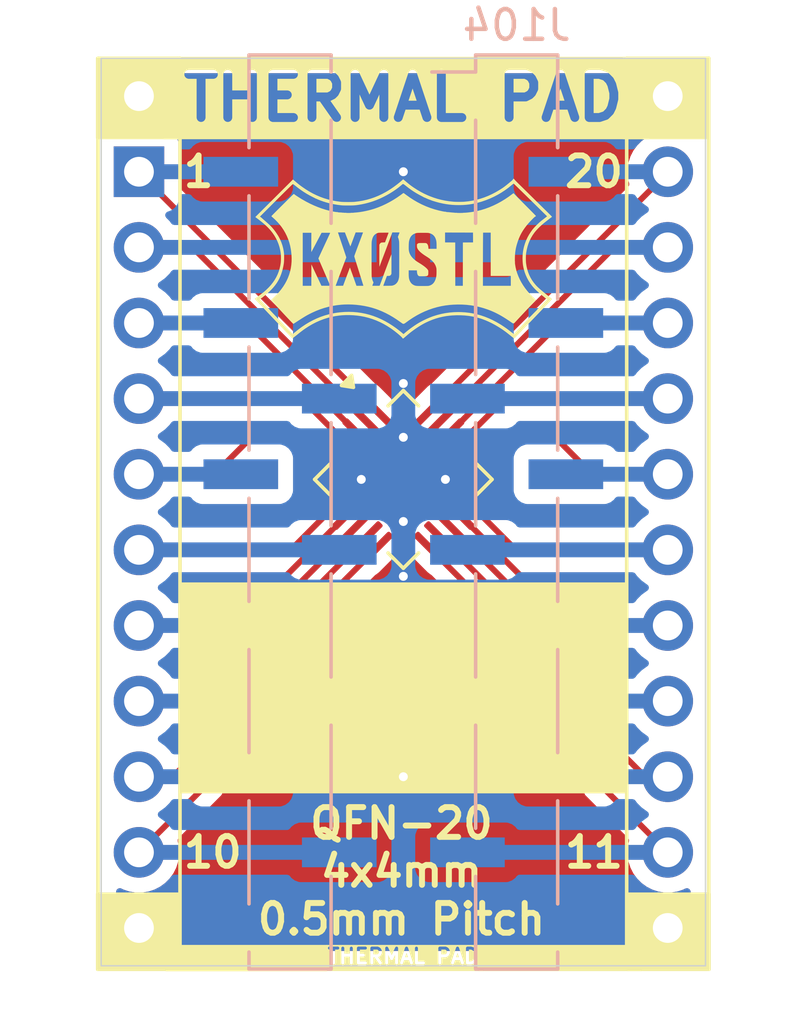
<source format=kicad_pcb>
(kicad_pcb (version 20241229) (generator "pcbnew") (generator_version "9.0")
  (layers (0 "F.Cu" signal) (2 "B.Cu" signal) (13 "F.Paste" user) (15 "B.Paste" user) (5 "F.SilkS" user "F.Silkscreen") (7 "B.SilkS" user "B.Silkscreen") (1 "F.Mask" user) (3 "B.Mask" user) (25 "Edge.Cuts" user))
  (net 0 "")
  (net 1 "/10")
  (net 2 "/3")
  (net 3 "/6")
  (net 4 "/8")
  (net 5 "/1")
  (net 6 "/7")
  (net 7 "/2")
  (net 8 "/19")
  (net 9 "/20")
  (net 10 "/18")
  (net 11 "/9")
  (net 12 "/14")
  (net 13 "/21")
  (net 14 "/16")
  (net 15 "/15")
  (net 16 "/17")
  (net 17 "/5")
  (net 18 "/4")
  (net 19 "/13")
  (net 20 "/12")
  (net 21 "/11")
  (footprint "Package_DFN_QFN:QFN-20-1EP_4x4mm_P0.5mm_EP2.5x2.5mm_ThermalVias" (layer "F.Cu") (at 138.43 119.55377 -45)
    (property "Reference" "U101" (hide yes))
    (property "Value" "QFN-48")
    (pad "1" smd roundrect (at -2.1915 -1 315) (size 1.2375 0.25) (layers "F.Cu" "F.Mask" "F.Paste") (net 5 "/1"))
    (pad "2" smd roundrect (at -2.1915 -0.5 315) (size 1.2375 0.25) (layers "F.Cu" "F.Mask" "F.Paste") (net 7 "/2"))
    (pad "3" smd roundrect (at -2.191499 0 315) (size 1.2375 0.25) (layers "F.Cu" "F.Mask" "F.Paste") (net 2 "/3"))
    (pad "4" smd roundrect (at -2.1915 0.5 315) (size 1.2375 0.25) (layers "F.Cu" "F.Mask" "F.Paste") (net 18 "/4"))
    (pad "5" smd roundrect (at -2.1915 1 315) (size 1.2375 0.25) (layers "F.Cu" "F.Mask" "F.Paste") (net 17 "/5"))
    (pad "6" smd roundrect (at -1 2.1915 315) (size 0.25 1.2375) (layers "F.Cu" "F.Mask" "F.Paste") (net 3 "/6"))
    (pad "7" smd roundrect (at -0.5 2.1915 315) (size 0.25 1.2375) (layers "F.Cu" "F.Mask" "F.Paste") (net 6 "/7"))
    (pad "8" smd roundrect (at 0 2.191499 315) (size 0.25 1.2375) (layers "F.Cu" "F.Mask" "F.Paste") (net 4 "/8"))
    (pad "9" smd roundrect (at 0.5 2.1915 315) (size 0.25 1.2375) (layers "F.Cu" "F.Mask" "F.Paste") (net 11 "/9"))
    (pad "10" smd roundrect (at 1 2.1915 315) (size 0.25 1.2375) (layers "F.Cu" "F.Mask" "F.Paste") (net 1 "/10"))
    (pad "11" smd roundrect (at 2.1915 1 315) (size 1.2375 0.25) (layers "F.Cu" "F.Mask" "F.Paste") (net 21 "/11"))
    (pad "12" smd roundrect (at 2.1915 0.5 315) (size 1.2375 0.25) (layers "F.Cu" "F.Mask" "F.Paste") (net 20 "/12"))
    (pad "13" smd roundrect (at 2.191499 0 315) (size 1.2375 0.25) (layers "F.Cu" "F.Mask" "F.Paste") (net 19 "/13"))
    (pad "14" smd roundrect (at 2.1915 -0.5 315) (size 1.2375 0.25) (layers "F.Cu" "F.Mask" "F.Paste") (net 12 "/14"))
    (pad "15" smd roundrect (at 2.1915 -1 315) (size 1.2375 0.25) (layers "F.Cu" "F.Mask" "F.Paste") (net 15 "/15"))
    (pad "16" smd roundrect (at 1 -2.1915 315) (size 0.25 1.2375) (layers "F.Cu" "F.Mask" "F.Paste") (net 14 "/16"))
    (pad "17" smd roundrect (at 0.5 -2.1915 315) (size 0.25 1.2375) (layers "F.Cu" "F.Mask" "F.Paste") (net 16 "/17"))
    (pad "18" smd roundrect (at 0 -2.191499 315) (size 0.25 1.2375) (layers "F.Cu" "F.Mask" "F.Paste") (net 10 "/18"))
    (pad "19" smd roundrect (at -0.5 -2.1915 315) (size 0.25 1.2375) (layers "F.Cu" "F.Mask" "F.Paste") (net 8 "/19"))
    (pad "20" smd roundrect (at -1 -2.1915 315) (size 0.25 1.2375) (layers "F.Cu" "F.Mask" "F.Paste") (net 9 "/20"))
    (pad "21" thru_hole circle (at -1 -1 315) (size 0.5 0.5) (drill 0.3) (property pad_prop_heatsink) (layers "*.Cu") (net 13 "/21"))
    (pad "21" thru_hole circle (at -1 1 315) (size 0.5 0.5) (drill 0.3) (property pad_prop_heatsink) (layers "*.Cu") (net 13 "/21"))
    (pad "21" smd rect (at 0 0 315) (size 2.5 2.5) (property pad_prop_heatsink) (layers "F.Cu" "F.Mask") (net 13 "/21"))
    (pad "21" smd rect (at 0 0 315) (size 2.5 2.5) (property pad_prop_heatsink) (layers "B.Cu") (net 13 "/21"))
    (pad "21" thru_hole circle (at 1 -1 315) (size 0.5 0.5) (drill 0.3) (property pad_prop_heatsink) (layers "*.Cu") (net 13 "/21"))
    (pad "21" thru_hole circle (at 1 1 315) (size 0.5 0.5) (drill 0.3) (property pad_prop_heatsink) (layers "*.Cu") (net 13 "/21"))
  )
  (footprint "libraries:Logo_10mm_inv" (layer "F.Cu") (at 138.43 112.141)
    (property "Reference" "G***" (hide yes))
    (property "Value" "LOGO" (hide yes))
  )
  (footprint "Connector_PinHeader_2.54mm:PinHeader_1x12_P2.54mm_Vertical" (layer "F.Cu") (at 129.54 106.68)
    (property "Reference" "J103" (hide yes))
    (property "Value" "Conn_01x12")
    (pad "1" thru_hole circle (at 0 0) (size 1.7 1.7) (drill 1) (layers "*.Cu" "*.Mask") (net 13 "/21"))
    (pad "2" thru_hole rect (at 0 2.54) (size 1.7 1.7) (drill 1) (layers "*.Cu" "*.Mask") (net 5 "/1"))
    (pad "3" thru_hole circle (at 0 5.08) (size 1.7 1.7) (drill 1) (layers "*.Cu" "*.Mask") (net 7 "/2"))
    (pad "4" thru_hole circle (at 0 7.62) (size 1.7 1.7) (drill 1) (layers "*.Cu" "*.Mask") (net 2 "/3"))
    (pad "5" thru_hole circle (at 0 10.16) (size 1.7 1.7) (drill 1) (layers "*.Cu" "*.Mask") (net 18 "/4"))
    (pad "6" thru_hole circle (at 0 12.7) (size 1.7 1.7) (drill 1) (layers "*.Cu" "*.Mask") (net 17 "/5"))
    (pad "7" thru_hole circle (at 0 15.24) (size 1.7 1.7) (drill 1) (layers "*.Cu" "*.Mask") (net 3 "/6"))
    (pad "8" thru_hole circle (at 0 17.78) (size 1.7 1.7) (drill 1) (layers "*.Cu" "*.Mask") (net 6 "/7"))
    (pad "9" thru_hole circle (at 0 20.32) (size 1.7 1.7) (drill 1) (layers "*.Cu" "*.Mask") (net 4 "/8"))
    (pad "10" thru_hole circle (at 0 22.86) (size 1.7 1.7) (drill 1) (layers "*.Cu" "*.Mask") (net 11 "/9"))
    (pad "11" thru_hole circle (at 0 25.4) (size 1.7 1.7) (drill 1) (layers "*.Cu" "*.Mask") (net 1 "/10"))
    (pad "12" thru_hole circle (at 0 27.94) (size 1.7 1.7) (drill 1) (layers "*.Cu" "*.Mask") (net 13 "/21"))
  )
  (footprint "Connector_PinHeader_2.54mm:PinHeader_1x12_P2.54mm_Vertical" (layer "F.Cu") (at 147.32 106.68)
    (property "Reference" "J102" (hide yes))
    (property "Value" "Conn_01x12")
    (pad "1" thru_hole circle (at 0 0) (size 1.7 1.7) (drill 1) (layers "*.Cu" "*.Mask") (net 13 "/21"))
    (pad "2" thru_hole circle (at 0 2.54) (size 1.7 1.7) (drill 1) (layers "*.Cu" "*.Mask") (net 9 "/20"))
    (pad "3" thru_hole circle (at 0 5.08) (size 1.7 1.7) (drill 1) (layers "*.Cu" "*.Mask") (net 8 "/19"))
    (pad "4" thru_hole circle (at 0 7.62) (size 1.7 1.7) (drill 1) (layers "*.Cu" "*.Mask") (net 10 "/18"))
    (pad "5" thru_hole circle (at 0 10.16) (size 1.7 1.7) (drill 1) (layers "*.Cu" "*.Mask") (net 16 "/17"))
    (pad "6" thru_hole circle (at 0 12.7) (size 1.7 1.7) (drill 1) (layers "*.Cu" "*.Mask") (net 14 "/16"))
    (pad "7" thru_hole circle (at 0 15.24) (size 1.7 1.7) (drill 1) (layers "*.Cu" "*.Mask") (net 15 "/15"))
    (pad "8" thru_hole circle (at 0 17.78) (size 1.7 1.7) (drill 1) (layers "*.Cu" "*.Mask") (net 12 "/14"))
    (pad "9" thru_hole circle (at 0 20.32) (size 1.7 1.7) (drill 1) (layers "*.Cu" "*.Mask") (net 19 "/13"))
    (pad "10" thru_hole circle (at 0 22.86) (size 1.7 1.7) (drill 1) (layers "*.Cu" "*.Mask") (net 20 "/12"))
    (pad "11" thru_hole circle (at 0 25.4) (size 1.7 1.7) (drill 1) (layers "*.Cu" "*.Mask") (net 21 "/11"))
    (pad "12" thru_hole circle (at 0 27.94) (size 1.7 1.7) (drill 1) (layers "*.Cu" "*.Mask") (net 13 "/21"))
  )
  (footprint "Connector_PinHeader_2.54mm:PinHeader_1x12_P2.54mm_Vertical_SMD_Pin1Left" (layer "B.Cu") (at 134.62 120.65 180)
    (property "Reference" "J101" (hide yes))
    (property "Value" "Conn_01x12")
    (pad "1" smd rect (at -1.655 13.97 180) (size 2.51 1) (layers "B.Cu" "B.Mask" "B.Paste") (net 13 "/21"))
    (pad "2" smd rect (at 1.655 11.43 180) (size 2.51 1) (layers "B.Cu" "B.Mask" "B.Paste") (net 5 "/1"))
    (pad "3" smd rect (at -1.655 8.89 180) (size 2.51 1) (layers "B.Cu" "B.Mask" "B.Paste") (net 7 "/2"))
    (pad "4" smd rect (at 1.655 6.35 180) (size 2.51 1) (layers "B.Cu" "B.Mask" "B.Paste") (net 2 "/3"))
    (pad "5" smd rect (at -1.655 3.81 180) (size 2.51 1) (layers "B.Cu" "B.Mask" "B.Paste") (net 18 "/4"))
    (pad "6" smd rect (at 1.655 1.27 180) (size 2.51 1) (layers "B.Cu" "B.Mask" "B.Paste") (net 17 "/5"))
    (pad "7" smd rect (at -1.655 -1.27 180) (size 2.51 1) (layers "B.Cu" "B.Mask" "B.Paste") (net 3 "/6"))
    (pad "8" smd rect (at 1.655 -3.81 180) (size 2.51 1) (layers "B.Cu" "B.Mask" "B.Paste") (net 6 "/7"))
    (pad "9" smd rect (at -1.655 -6.35 180) (size 2.51 1) (layers "B.Cu" "B.Mask" "B.Paste") (net 4 "/8"))
    (pad "10" smd rect (at 1.655 -8.89 180) (size 2.51 1) (layers "B.Cu" "B.Mask" "B.Paste") (net 11 "/9"))
    (pad "11" smd rect (at -1.655 -11.43 180) (size 2.51 1) (layers "B.Cu" "B.Mask" "B.Paste") (net 1 "/10"))
    (pad "12" smd rect (at 1.655 -13.97 180) (size 2.51 1) (layers "B.Cu" "B.Mask" "B.Paste") (net 13 "/21"))
  )
  (footprint "Connector_PinHeader_2.54mm:PinHeader_1x12_P2.54mm_Vertical_SMD_Pin1Right" (layer "B.Cu") (at 142.24 120.65 180)
    (property "Reference" "J104" (at 0 16.35 0) (layer "B.SilkS") (effects (justify mirror)))
    (property "Value" "Conn_01x12")
    (pad "1" smd rect (at 1.655 13.97 180) (size 2.51 1) (layers "B.Cu" "B.Mask" "B.Paste") (net 13 "/21"))
    (pad "2" smd rect (at -1.655 11.43 180) (size 2.51 1) (layers "B.Cu" "B.Mask" "B.Paste") (net 9 "/20"))
    (pad "3" smd rect (at 1.655 8.89 180) (size 2.51 1) (layers "B.Cu" "B.Mask" "B.Paste") (net 8 "/19"))
    (pad "4" smd rect (at -1.655 6.35 180) (size 2.51 1) (layers "B.Cu" "B.Mask" "B.Paste") (net 10 "/18"))
    (pad "5" smd rect (at 1.655 3.81 180) (size 2.51 1) (layers "B.Cu" "B.Mask" "B.Paste") (net 16 "/17"))
    (pad "6" smd rect (at -1.655 1.27 180) (size 2.51 1) (layers "B.Cu" "B.Mask" "B.Paste") (net 14 "/16"))
    (pad "7" smd rect (at 1.655 -1.27 180) (size 2.51 1) (layers "B.Cu" "B.Mask" "B.Paste") (net 15 "/15"))
    (pad "8" smd rect (at -1.655 -3.81 180) (size 2.51 1) (layers "B.Cu" "B.Mask" "B.Paste") (net 12 "/14"))
    (pad "9" smd rect (at 1.655 -6.35 180) (size 2.51 1) (layers "B.Cu" "B.Mask" "B.Paste") (net 19 "/13"))
    (pad "10" smd rect (at -1.655 -8.89 180) (size 2.51 1) (layers "B.Cu" "B.Mask" "B.Paste") (net 20 "/12"))
    (pad "11" smd rect (at 1.655 -11.43 180) (size 2.51 1) (layers "B.Cu" "B.Mask" "B.Paste") (net 21 "/11"))
    (pad "12" smd rect (at -1.655 -13.97 180) (size 2.51 1) (layers "B.Cu" "B.Mask" "B.Paste") (net 13 "/21"))
  )
  (gr_rect (start 140.976968 135.238434) (end 146.431 136.017929) (stroke (width 0.1)) (fill yes) (layer "F.SilkS"))
  (gr_rect (start 128.143 133.477) (end 130.864898 136.017) (stroke (width 0.1)) (fill yes) (layer "F.SilkS"))
  (gr_rect (start 130.455358 135.238386) (end 135.838688 136.025786) (stroke (width 0.1)) (fill yes) (layer "F.SilkS"))
  (gr_rect (start 145.974913 133.477) (end 148.717 136.017) (stroke (width 0.1)) (fill yes) (layer "F.SilkS"))
  (gr_rect (start 128.143 105.41) (end 130.9285 108.07725) (stroke (width 0.1)) (fill yes) (layer "F.SilkS"))
  (gr_rect (start 130.556 105.41) (end 145.97375 105.6386) (stroke (width 0.1)) (fill yes) (layer "F.SilkS"))
  (gr_rect (start 135.636 135.934139) (end 141.097 136.017) (stroke (width 0.1)) (fill yes) (layer "F.SilkS"))
  (gr_rect (start 130.37825 107.67085) (end 146.685 108.07725) (stroke (width 0.1)) (fill yes) (layer "F.SilkS"))
  (gr_rect (start 130.937 123.063) (end 145.923 130.048) (stroke (width 0.1)) (fill yes) (layer "F.SilkS"))
  (gr_rect (start 145.82575 105.41) (end 148.68725 108.07725) (stroke (width 0.1)) (fill yes) (layer "F.SilkS"))
  (gr_rect (start 128.27 105.41) (end 148.59 135.89) (stroke (width 0.05)) (fill no) (layer "Edge.Cuts"))
  (gr_text "20" (at 145.923 109.22 0) (layer "F.SilkS") (effects (font (size 1 1) (thickness 0.2) (bold yes)) (justify right)))
  (gr_text "THERMAL PAD" (at 138.43 106.743625 0) (layer "F.SilkS" knockout) (effects (font (size 1.45 1.45) (thickness 0.3))))
  (gr_text "1" (at 130.937 109.22 0) (layer "F.SilkS") (effects (font (size 1 1) (thickness 0.2) (bold yes)) (justify left)))
  (gr_text "QFN-20\n4x4mm\n0.5mm Pitch" (at 138.3665 134.912744 0) (layer "F.SilkS") (effects (font (size 1 1) (thickness 0.2) (bold yes)) (justify bottom)))
  (gr_text "11" (at 145.923 132.08 0) (layer "F.SilkS") (effects (font (size 1 1) (thickness 0.2) (bold yes)) (justify right)))
  (gr_text "THERMAL PAD" (at 138.43 135.568237 0) (layer "F.SilkS" knockout) (effects (font (size 0.5 0.5) (thickness 0.1) (bold yes))))
  (gr_text "10" (at 130.937 132.08 0) (layer "F.SilkS") (effects (font (size 1 1) (thickness 0.2) (bold yes)) (justify left)))
  (segment (start 137.587482 121.810501) (end 131.826 127.571983) (width 0.2) (layer "F.Cu") (net 1))
  (segment (start 131.826 129.794) (end 129.54 132.08) (width 0.2) (layer "F.Cu") (net 1))
  (segment (start 131.826 127.571983) (end 131.826 129.794) (width 0.2) (layer "F.Cu") (net 1))
  (segment (start 129.54 132.08) (end 136.275 132.08) (width 0.5) (layer "B.Cu") (net 1))
  (segment (start 136.880376 118.004146) (end 133.17623 114.3) (width 0.2) (layer "F.Cu") (net 2))
  (segment (start 133.17623 114.3) (end 129.54 114.3) (width 0.2) (layer "F.Cu") (net 2))
  (segment (start 132.965 114.3) (end 129.54 114.3) (width 0.5) (layer "B.Cu") (net 2))
  (segment (start 136.173269 120.396288) (end 134.649557 121.92) (width 0.2) (layer "F.Cu") (net 3))
  (segment (start 134.649557 121.92) (end 129.54 121.92) (width 0.2) (layer "F.Cu") (net 3))
  (segment (start 129.54 121.92) (end 136.275 121.92) (width 0.5) (layer "B.Cu") (net 3))
  (segment (start 136.880376 121.103394) (end 130.98377 127) (width 0.2) (layer "F.Cu") (net 4))
  (segment (start 130.98377 127) (end 129.54 127) (width 0.2) (layer "F.Cu") (net 4))
  (segment (start 129.54 127) (end 136.275 127) (width 0.5) (layer "B.Cu") (net 4))
  (segment (start 137.587482 117.297039) (end 129.54 109.249557) (width 0.2) (layer "F.Cu") (net 5))
  (segment (start 129.54 109.249557) (end 129.54 109.22) (width 0.2) (layer "F.Cu") (net 5))
  (segment (start 129.54 109.22) (end 132.965 109.22) (width 0.5) (layer "B.Cu") (net 5))
  (segment (start 132.816663 124.46) (end 129.54 124.46) (width 0.2) (layer "F.Cu") (net 6))
  (segment (start 136.526822 120.749841) (end 132.816663 124.46) (width 0.2) (layer "F.Cu") (net 6))
  (segment (start 132.965 124.46) (end 129.54 124.46) (width 0.5) (layer "B.Cu") (net 6))
  (segment (start 131.343337 111.76) (end 129.54 111.76) (width 0.2) (layer "F.Cu") (net 7))
  (segment (start 137.233929 117.650592) (end 131.343337 111.76) (width 0.2) (layer "F.Cu") (net 7))
  (segment (start 136.275 111.76) (end 129.54 111.76) (width 0.5) (layer "B.Cu") (net 7))
  (segment (start 145.516663 111.76) (end 147.32 111.76) (width 0.2) (layer "F.Cu") (net 8))
  (segment (start 139.626071 117.650592) (end 145.516663 111.76) (width 0.2) (layer "F.Cu") (net 8))
  (segment (start 140.585 111.76) (end 147.32 111.76) (width 0.5) (layer "B.Cu") (net 8))
  (segment (start 139.272518 117.297039) (end 147.32 109.249557) (width 0.2) (layer "F.Cu") (net 9))
  (segment (start 147.32 109.249557) (end 147.32 109.22) (width 0.2) (layer "F.Cu") (net 9))
  (segment (start 147.32 109.22) (end 143.895 109.22) (width 0.5) (layer "B.Cu") (net 9))
  (segment (start 143.68377 114.3) (end 147.32 114.3) (width 0.2) (layer "F.Cu") (net 10))
  (segment (start 139.979624 118.004146) (end 143.68377 114.3) (width 0.2) (layer "F.Cu") (net 10))
  (segment (start 143.895 114.3) (end 147.32 114.3) (width 0.5) (layer "B.Cu") (net 10))
  (segment (start 131.318 128.905) (end 130.683 129.54) (width 0.2) (layer "F.Cu") (net 11))
  (segment (start 131.318 127.372877) (end 131.318 128.905) (width 0.2) (layer "F.Cu") (net 11))
  (segment (start 130.683 129.54) (end 129.54 129.54) (width 0.2) (layer "F.Cu") (net 11))
  (segment (start 137.233929 121.456948) (end 131.318 127.372877) (width 0.2) (layer "F.Cu") (net 11))
  (segment (start 132.965 129.54) (end 129.54 129.54) (width 0.5) (layer "B.Cu") (net 11))
  (segment (start 140.333178 120.749841) (end 144.043337 124.46) (width 0.2) (layer "F.Cu") (net 12))
  (segment (start 144.043337 124.46) (end 147.32 124.46) (width 0.2) (layer "F.Cu") (net 12))
  (segment (start 143.895 124.46) (end 147.32 124.46) (width 0.5) (layer "B.Cu") (net 12))
  (segment (start 138.43 118.139556) (end 138.43 116.586) (width 0.1) (layer "F.Cu") (net 13))
  (segment (start 138.43 120.967984) (end 138.43 122.555) (width 0.1) (layer "F.Cu") (net 13))
  (via (at 138.43 129.54) (size 0.6) (drill 0.3) (layers "F.Cu" "B.Cu") (net 13))
  (via (at 138.43 109.22) (size 0.6) (drill 0.3) (layers "F.Cu" "B.Cu") (net 13))
  (via (at 138.43 116.332) (size 0.6) (drill 0.3) (layers "F.Cu" "B.Cu") (net 13))
  (via (at 138.43 122.809) (size 0.6) (drill 0.3) (layers "F.Cu" "B.Cu") (net 13))
  (segment (start 132.965 134.62) (end 129.54 134.62) (width 0.5) (layer "B.Cu") (net 13))
  (segment (start 140.585 106.68) (end 147.32 106.68) (width 0.5) (layer "B.Cu") (net 13))
  (segment (start 136.275 106.68) (end 129.54 106.68) (width 0.5) (layer "B.Cu") (net 13))
  (segment (start 143.895 134.62) (end 147.32 134.62) (width 0.5) (layer "B.Cu") (net 13))
  (segment (start 144.78 119.38) (end 147.32 119.38) (width 0.2) (layer "F.Cu") (net 14))
  (segment (start 140.686731 118.711252) (end 141.160983 118.237) (width 0.2) (layer "F.Cu") (net 14))
  (segment (start 143.637 118.237) (end 144.78 119.38) (width 0.2) (layer "F.Cu") (net 14))
  (segment (start 141.160983 118.237) (end 143.637 118.237) (width 0.2) (layer "F.Cu") (net 14))
  (segment (start 143.895 119.38) (end 147.32 119.38) (width 0.5) (layer "B.Cu") (net 14))
  (segment (start 140.686731 120.396288) (end 142.210443 121.92) (width 0.2) (layer "F.Cu") (net 15))
  (segment (start 142.210443 121.92) (end 147.32 121.92) (width 0.2) (layer "F.Cu") (net 15))
  (segment (start 147.32 121.92) (end 140.585 121.92) (width 0.5) (layer "B.Cu") (net 15))
  (segment (start 141.850877 116.84) (end 147.32 116.84) (width 0.2) (layer "F.Cu") (net 16))
  (segment (start 140.333178 118.357699) (end 141.850877 116.84) (width 0.2) (layer "F.Cu") (net 16))
  (segment (start 147.32 116.84) (end 140.585 116.84) (width 0.5) (layer "B.Cu") (net 16))
  (segment (start 136.173269 118.711252) (end 135.699017 118.237) (width 0.2) (layer "F.Cu") (net 17))
  (segment (start 135.699017 118.237) (end 133.223 118.237) (width 0.2) (layer "F.Cu") (net 17))
  (segment (start 133.223 118.237) (end 132.08 119.38) (width 0.2) (layer "F.Cu") (net 17))
  (segment (start 132.08 119.38) (end 129.54 119.38) (width 0.2) (layer "F.Cu") (net 17))
  (segment (start 132.965 119.38) (end 129.54 119.38) (width 0.5) (layer "B.Cu") (net 17))
  (segment (start 136.526822 118.357699) (end 135.009123 116.84) (width 0.2) (layer "F.Cu") (net 18))
  (segment (start 135.009123 116.84) (end 129.54 116.84) (width 0.2) (layer "F.Cu") (net 18))
  (segment (start 129.54 116.84) (end 136.275 116.84) (width 0.5) (layer "B.Cu") (net 18))
  (segment (start 145.87623 127) (end 147.32 127) (width 0.2) (layer "F.Cu") (net 19))
  (segment (start 139.979624 121.103394) (end 145.87623 127) (width 0.2) (layer "F.Cu") (net 19))
  (segment (start 147.32 127) (end 140.585 127) (width 0.5) (layer "B.Cu") (net 19))
  (segment (start 139.626071 121.456948) (end 145.542 127.372877) (width 0.2) (layer "F.Cu") (net 20))
  (segment (start 145.542 128.524) (end 146.558 129.54) (width 0.2) (layer "F.Cu") (net 20))
  (segment (start 146.558 129.54) (end 147.32 129.54) (width 0.2) (layer "F.Cu") (net 20))
  (segment (start 145.542 127.372877) (end 145.542 128.524) (width 0.2) (layer "F.Cu") (net 20))
  (segment (start 143.895 129.54) (end 147.32 129.54) (width 0.5) (layer "B.Cu") (net 20))
  (segment (start 145.034 127.571983) (end 145.034 129.794) (width 0.2) (layer "F.Cu") (net 21))
  (segment (start 139.272518 121.810501) (end 145.034 127.571983) (width 0.2) (layer "F.Cu") (net 21))
  (segment (start 145.034 129.794) (end 147.32 132.08) (width 0.2) (layer "F.Cu") (net 21))
  (segment (start 147.32 132.08) (end 140.585 132.08) (width 0.5) (layer "B.Cu") (net 21))
  (zone (net 13) (net_name "/21") (layers "F.Cu" "B.Cu") (priority 1) (connect_pads yes (clearance 0.5)) (min_thickness 0.25) (fill yes (thermal_gap 0.5) (thermal_bridge_width 0.5))
    (polygon (pts (xy 128.322658 105.399956) (xy 148.642658 105.399956) (xy 148.642658 135.879956) (xy 128.322658 135.879956)))
  )
)
</source>
